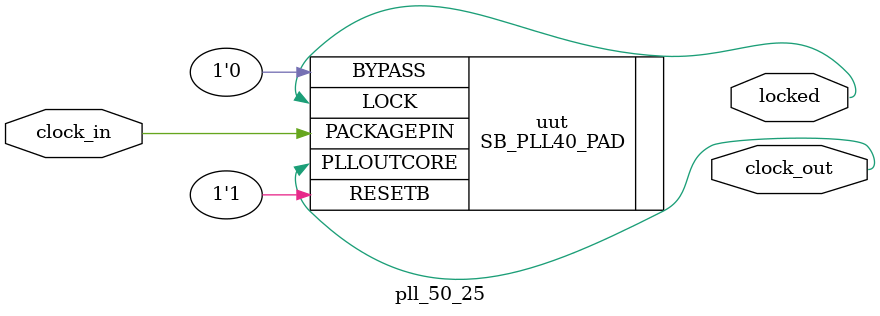
<source format=v>
/**
 * PLL configuration
 *
 * This Verilog module was generated automatically
 * using the icepll tool from the IceStorm project.
 * Use at your own risk.
 *
 * Given input frequency:        50.000 MHz
 * Requested output frequency:   25.000 MHz
 * Achieved output frequency:    25.000 MHz
 *
 * icepll -i 50 -o 25 -p -m -n pll_50_25 -f pll_50_25.v
 */

module pll_50_25(
	input  clock_in,
	output clock_out,
	output locked
	);

`ifndef verilator
SB_PLL40_PAD #(
		.FEEDBACK_PATH("SIMPLE"),
		.DIVR(4'b0000),		// DIVR =  0
		.DIVF(7'b0001111),	// DIVF = 15
		.DIVQ(3'b101),		// DIVQ =  5
		.FILTER_RANGE(3'b100)	// FILTER_RANGE = 4
	) uut (
		.LOCK(locked),
		.RESETB(1'b1),
		.BYPASS(1'b0),
		.PACKAGEPIN(clock_in),
		.PLLOUTCORE(clock_out)
		);
`endif

endmodule

</source>
